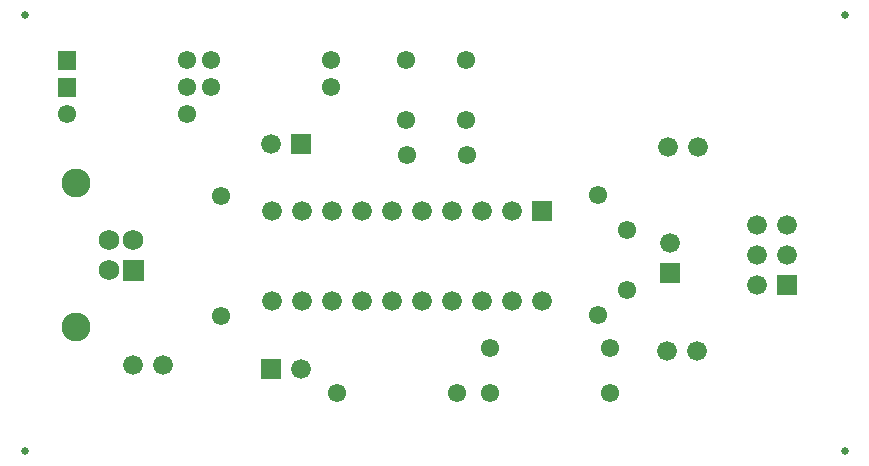
<source format=gbr>
G04 start of page 7 for group -4062 idx -4062 *
G04 Title: m0n5t3r tinyISP, soldermask *
G04 Creator: pcb 1.99z *
G04 CreationDate: Mon 28 Apr 2014 05:03:51 PM GMT UTC *
G04 For: iacobs *
G04 Format: Gerber/RS-274X *
G04 PCB-Dimensions (mil): 2790.00 1510.00 *
G04 PCB-Coordinate-Origin: lower left *
%MOIN*%
%FSLAX25Y25*%
%LNBOTTOMMASK*%
%ADD40C,0.0260*%
%ADD39C,0.0960*%
%ADD38C,0.0690*%
%ADD37C,0.0001*%
%ADD36C,0.0660*%
%ADD35C,0.0610*%
G54D35*X68139Y47914D03*
G54D36*X49018Y31574D03*
X39018D03*
G54D37*G36*
X35550Y66450D02*Y59550D01*
X42450D01*
Y66450D01*
X35550D01*
G37*
G36*
X81700Y33300D02*Y26700D01*
X88300D01*
Y33300D01*
X81700D01*
G37*
G54D36*X85000Y105000D03*
X85170Y82902D03*
Y52902D03*
X95000Y30000D03*
G54D37*G36*
X91700Y108300D02*Y101700D01*
X98300D01*
Y108300D01*
X91700D01*
G37*
G54D36*X95170Y82902D03*
Y52902D03*
G54D38*X39000Y73000D03*
X31000D03*
Y63000D03*
G54D39*X20000Y44000D03*
G54D36*X227000Y36000D03*
X217000D03*
X217224Y104046D03*
G54D37*G36*
X214700Y65300D02*Y58700D01*
X221300D01*
Y65300D01*
X214700D01*
G37*
G54D36*X218000Y72000D03*
X227224Y104046D03*
G54D37*G36*
X253700Y61300D02*Y54700D01*
X260300D01*
Y61300D01*
X253700D01*
G37*
G54D36*X247000Y58000D03*
X257000Y68000D03*
X247000D03*
X257000Y78000D03*
X247000D03*
G54D37*G36*
X171870Y86202D02*Y79602D01*
X178470D01*
Y86202D01*
X171870D01*
G37*
G54D36*X165170Y82902D03*
X155170D03*
X145170D03*
X135170D03*
G54D35*X68139Y87914D03*
X57000Y115000D03*
Y133000D03*
Y124000D03*
X65000D03*
Y133000D03*
X17000Y115000D03*
G54D39*X20000Y92000D03*
G54D37*G36*
X13950Y136050D02*Y129950D01*
X20050D01*
Y136050D01*
X13950D01*
G37*
G36*
Y127050D02*Y120950D01*
X20050D01*
Y127050D01*
X13950D01*
G37*
G54D35*X105000Y124000D03*
Y133000D03*
X150000D03*
X150159Y101483D03*
X150000Y113000D03*
X130000D03*
Y133000D03*
X130159Y101483D03*
G54D36*X125170Y82902D03*
X115170D03*
X105170D03*
Y52902D03*
X115170D03*
X125170D03*
X135170D03*
G54D35*X107000Y22278D03*
G54D36*X145170Y52902D03*
X155170D03*
X165170D03*
X175170D03*
G54D35*X158000Y37000D03*
X198000D03*
X158000Y22027D03*
X198000D03*
X194000Y48000D03*
X147000Y22278D03*
X194000Y88000D03*
X203433Y56570D03*
Y76570D03*
G54D40*X276200Y148200D03*
Y2800D03*
X2900Y2900D03*
X2800Y148100D03*
M02*

</source>
